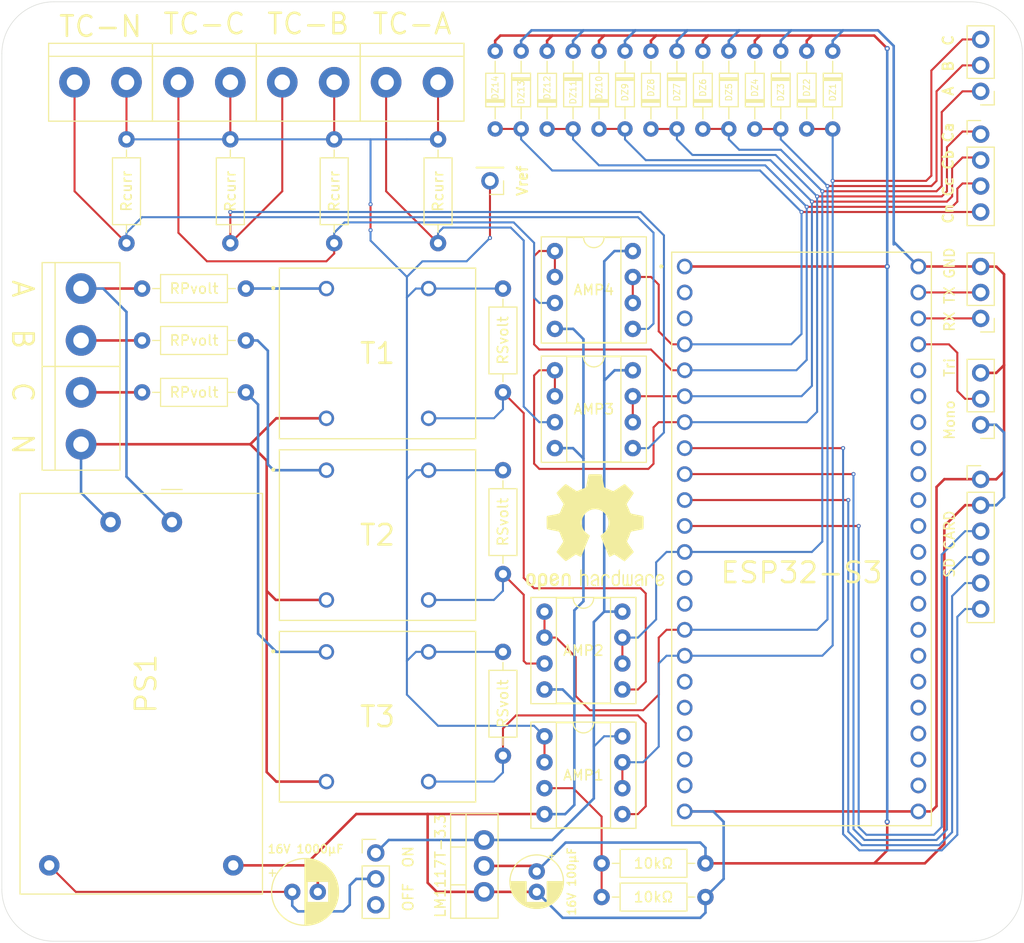
<source format=kicad_pcb>
(kicad_pcb (version 20221018) (generator pcbnew)
  (title_block (title "ESP32 Power Analyser V4.0 PCI") (date "12/05/2024") (rev "1.0") (company "https://www.linkedin.com/in/lucasrguerra"))
  (layers (0 "F.Cu" signal) (31 "B.Cu" signal) (34 "B.Paste" user) (35 "F.Paste" user) (36 "B.SilkS" user "B.Silkscreen") (37 "F.SilkS" user "F.Silkscreen") (38 "B.Mask" user) (39 "F.Mask" user) (44 "Edge.Cuts" user))
  (net 0 "")
  (net 1 "Treated Wave A")
  (net 2 "Treated Wave B")
  (net 3 "Treated Wave C")
  (net 4 "Line B")
  (net 5 "Line A")
  (net 6 "Neutral")
  (net 7 "Line C")
  (net 8 "Net-(R3-Pad1)")
  (net 9 "Net-(R4-Pad1)")
  (net 10 "Net-(R5-Pad1)")
  (net 11 "Vcc")
  (net 12 "GND")
  (net 13 "Current A")
  (net 14 "Current B")
  (net 15 "Current C")
  (net 16 "Current N")
  (net 17 "TC A-2")
  (net 18 "TC A-1")
  (net 19 "TC B-1")
  (net 20 "TC C-1")
  (net 21 "TC N-1")
  (net 22 "V1.65")
  (net 25 "Power")
  (net 27 "Wave A")
  (net 28 "Wave B")
  (net 29 "Wave C")
  (net 30 "CS")
  (net 31 "MOSI")
  (net 48 "SCK")
  (net 49 "MISO")
  (net 53 "System Type")
  (net 54 "UART TX")
  (net 55 "UART RX")
  (net 59 "Vin")
  (footprint "Package_DIP:DIP-8_W7.62mm_Socket" (layer "F.Cu") (at 147.828 74.9808)
    (fp_text reference "AMP3" hide)
    (fp_text value "TL082" hide)
  )
  (footprint "Diode_THT:D_DO-34_SOD68_P7.62mm_Horizontal" (layer "F.Cu") (at 141.986 51.3588 90)
    (fp_text reference "DZ14" hide)
    (fp_text value "3.3V" hide)
  )
  (footprint "Resistor_THT:R_Axial_DIN0207_L6.3mm_D2.5mm_P10.16mm_Horizontal" (layer "F.Cu") (at 136.398 62.5348 90)
    (fp_text reference "R9" hide)
    (fp_text value "Rcurr" hide)
  )
  (footprint "Diode_THT:D_DO-34_SOD68_P7.62mm_Horizontal" (layer "F.Cu") (at 172.466 51.3588 90)
    (fp_text reference "DZ2" hide)
    (fp_text value "3.3V" hide)
  )
  (footprint "Connector_PinHeader_2.54mm:PinHeader_1x03_P2.54mm_Vertical" (layer "F.Cu") (at 189.484 80.3148 180)
    (fp_text reference "SW2" hide)
    (fp_text value "SS-12D00G 4mm" hide)
  )
  (footprint "Resistor_THT:R_Axial_DIN0207_L6.3mm_D2.5mm_P10.16mm_Horizontal" (layer "F.Cu") (at 142.748 94.9198 90)
    (fp_text reference "R7" hide)
    (fp_text value "RSvolt" hide)
  )
  (footprint "Converter_ACDC:Converter_ACDC_HiLink_HLK-5Mxx" (layer "F.Cu") (at 110.363 89.8398 -90)
    (fp_text reference "PS1" hide)
    (fp_text value "HLK-5M05" hide)
  )
  (footprint "SnapEDA Library:XCVR_ESP32-S3-DEVKITC-1-N8R2" (layer "F.Cu") (at 171.958 94.7908)
    (fp_text reference "MCU1" hide)
    (fp_text value "ESP32-S3-DEVKITC-1-N16R8" hide)
  )
  (footprint "Diode_THT:D_DO-34_SOD68_P7.62mm_Horizontal" (layer "F.Cu") (at 144.526 43.7338 -90)
    (fp_text reference "DZ13" hide)
    (fp_text value "3.3V" hide)
  )
  (footprint "Package_DIP:DIP-8_W7.62mm_Socket" (layer "F.Cu") (at 147.828 63.3068)
    (fp_text reference "AMP4" hide)
    (fp_text value "TL082" hide)
  )
  (footprint "Diode_THT:D_DO-34_SOD68_P7.62mm_Horizontal" (layer "F.Cu") (at 162.306 51.3638 90)
    (fp_text reference "DZ6" hide)
    (fp_text value "3.3V" hide)
  )
  (footprint "Diode_THT:D_DO-34_SOD68_P7.62mm_Horizontal" (layer "F.Cu") (at 164.846 43.7338 -90)
    (fp_text reference "DZ5" hide)
    (fp_text value "3.3V" hide)
  )
  (footprint "TerminalBlock:TerminalBlock_bornier-2_P5.08mm" (layer "F.Cu") (at 105.918 46.7868 180)
    (fp_text reference "J6" hide)
    (fp_text value "KF301-2P" hide)
  )
  (footprint "Connector_PinHeader_2.54mm:PinHeader_1x03_P2.54mm_Vertical" (layer "F.Cu") (at 189.484 69.9008 180)
    (fp_text reference "P1" hide)
    (fp_text value "Pin Header" hide)
  )
  (footprint "Resistor_THT:R_Axial_DIN0207_L6.3mm_D2.5mm_P10.16mm_Horizontal" (layer "F.Cu") (at 162.56 123.2408 180)
    (fp_text reference "R1" hide)
    (fp_text value "10kΩ" hide)
  )
  (footprint "SnapEDA Library:XFMR_ZMPT101B" (layer "F.Cu") (at 130.476 73.3298)
    (fp_text reference "T1")
    (fp_text value "ZMPT101B" hide)
  )
  (footprint "Resistor_THT:R_Axial_DIN0207_L6.3mm_D2.5mm_P10.16mm_Horizontal" (layer "F.Cu") (at 126.238 62.5348 90)
    (fp_text reference "R11" hide)
    (fp_text value "Rcurr" hide)
  )
  (footprint "LOGO" (layer "F.Cu") (at 151.765 90.8558)
    (fp_text reference "G***" hide)
    (fp_text value "LOGO" hide)
  )
  (footprint "Diode_THT:D_DO-34_SOD68_P7.62mm_Horizontal" (layer "F.Cu") (at 149.606 43.7388 -90)
    (fp_text reference "DZ11" hide)
    (fp_text value "3.3V" hide)
  )
  (footprint "Connector_PinHeader_2.54mm:PinHeader_1x03_P2.54mm_Vertical" (layer "F.Cu") (at 130.302 122.2248)
    (fp_text reference "SW1" hide)
    (fp_text value "SS-12D00G 4mm" hide)
  )
  (footprint "SnapEDA Library:XFMR_ZMPT101B" (layer "F.Cu") (at 130.476 108.8898)
    (fp_text reference "T3")
    (fp_text value "ZMPT101B" hide)
  )
  (footprint "Resistor_THT:R_Axial_DIN0207_L6.3mm_D2.5mm_P10.16mm_Horizontal" (layer "F.Cu") (at 142.748 77.1398 90)
    (fp_text reference "R6" hide)
    (fp_text value "RSvolt" hide)
  )
  (footprint "Diode_THT:D_DO-34_SOD68_P7.62mm_Horizontal" (layer "F.Cu") (at 169.926 43.7388 -90)
    (fp_text reference "DZ3" hide)
    (fp_text value "3.3V" hide)
  )
  (footprint "Resistor_THT:R_Axial_DIN0207_L6.3mm_D2.5mm_P10.16mm_Horizontal" (layer "F.Cu") (at 116.078 62.5348 90)
    (fp_text reference "R10" hide)
    (fp_text value "Rcurr" hide)
  )
  (footprint "Resistor_THT:R_Axial_DIN0207_L6.3mm_D2.5mm_P10.16mm_Horizontal" (layer "F.Cu") (at 117.602 66.9798 180)
    (fp_text reference "R3" hide)
    (fp_text value "RPvolt" hide)
  )
  (footprint "Resistor_THT:R_Axial_DIN0207_L6.3mm_D2.5mm_P10.16mm_Horizontal" (layer "F.Cu") (at 105.918 62.5348 90)
    (fp_text reference "R12" hide)
    (fp_text value "Rcurr" hide)
  )
  (footprint "Diode_THT:D_DO-34_SOD68_P7.62mm_Horizontal" (layer "F.Cu") (at 147.066 51.3638 90)
    (fp_text reference "DZ12" hide)
    (fp_text value "3.3V" hide)
  )
  (footprint "Capacitor_THT:CP_Radial_D5.0mm_P2.00mm" (layer "F.Cu") (at 146.05 124.0348 -90)
    (fp_text reference "C2" hide)
    (fp_text value "16V 100µF" hide)
  )
  (footprint "TerminalBlock:TerminalBlock_bornier-2_P5.08mm" (layer "F.Cu") (at 136.398 46.7868 180)
    (fp_text reference "J3" hide)
    (fp_text value "KF301-2P" hide)
  )
  (footprint "TerminalBlock:TerminalBlock_bornier-2_P5.08mm" (layer "F.Cu") (at 101.473 66.9798 -90)
    (fp_text reference "J1" hide)
    (fp_text value "KF301-2P" hide)
  )
  (footprint "Connector_PinHeader_2.54mm:PinHeader_1x03_P2.54mm_Vertical" (layer "F.Cu") (at 189.484 47.6758 180)
    (fp_text reference "P4" hide)
    (fp_text value "Pin Header" hide)
  )
  (footprint "Diode_THT:D_DO-34_SOD68_P7.62mm_Horizontal" (layer "F.Cu") (at 154.686 43.7338 -90)
    (fp_text reference "DZ9" hide)
    (fp_text value "3.3V" hide)
  )
  (footprint "Diode_THT:D_DO-34_SOD68_P7.62mm_Horizontal" (layer "F.Cu") (at 159.766 43.7388 -90)
    (fp_text reference "DZ7" hide)
    (fp_text value "3.3V" hide)
  )
  (footprint "SnapEDA Library:XFMR_ZMPT101B" (layer "F.Cu") (at 130.476 91.1098)
    (fp_text reference "T2")
    (fp_text value "ZMPT101B" hide)
  )
  (footprint "TerminalBlock:TerminalBlock_bornier-2_P5.08mm" (layer "F.Cu") (at 116.078 46.7868 180)
    (fp_text reference "J5" hide)
    (fp_text value "KF301-2P" hide)
  )
  (footprint "Connector_PinHeader_2.54mm:PinHeader_1x06_P2.54mm_Vertical" (layer "F.Cu") (at 189.484 85.6488)
    (fp_text reference "P5" hide)
    (fp_text value "Pin Header" hide)
  )
  (footprint "Diode_THT:D_DO-34_SOD68_P7.62mm_Horizontal" (layer "F.Cu") (at 167.386 51.3638 90)
    (fp_text reference "DZ4" hide)
    (fp_text value "3.3V" hide)
  )
  (footprint "Connector_PinHeader_2.54mm:PinHeader_1x04_P2.54mm_Vertical" (layer "F.Cu") (at 189.484 51.8668)
    (fp_text reference "P3" hide)
    (fp_text value "Pin Header" hide)
  )
  (footprint "Diode_THT:D_DO-34_SOD68_P7.62mm_Horizontal" (layer "F.Cu") (at 175.006 43.7388 -90)
    (fp_text reference "DZ1" hide)
    (fp_text value "3.3V" hide)
  )
  (footprint "Capacitor_THT:CP_Radial_D6.3mm_P2.50mm" (layer "F.Cu") (at 122.134621 126.0348)
    (fp_text reference "C1" hide)
    (fp_text value "16V 1000µF" hide)
  )
  (footprint "Resistor_THT:R_Axial_DIN0207_L6.3mm_D2.5mm_P10.16mm_Horizontal" (layer "F.Cu") (at 142.748 112.6998 90)
    (fp_text reference "R8" hide)
    (fp_text value "RSvolt" hide)
  )
  (footprint "TerminalBlock:TerminalBlock_bornier-2_P5.08mm" (layer "F.Cu") (at 101.473 77.1398 -90)
    (fp_text reference "J2" hide)
    (fp_text value "KF301-2P" hide)
  )
  (footprint "Connector_PinHeader_2.54mm:PinHeader_1x01_P2.54mm_Vertical" (layer "F.Cu") (at 141.478 56.4388 180)
    (fp_text reference "P2" hide)
    (fp_text value "Pin Header" hide)
  )
  (footprint "Package_TO_SOT_THT:TO-220-3_Vertical" (layer "F.Cu") (at 140.899 126.0348 90)
    (fp_text reference "PS2" hide)
    (fp_text value "LM1117T-3.3" hide)
  )
  (footprint "Diode_THT:D_DO-34_SOD68_P7.62mm_Horizontal" (layer "F.Cu") (at 157.226 51.3638 90)
    (fp_text reference "DZ8" hide)
    (fp_text value "3.3V" hide)
  )
  (footprint "Diode_THT:D_DO-34_SOD68_P7.62mm_Horizontal" (layer "F.Cu") (at 152.146 51.3638 90)
    (fp_text reference "DZ10" hide)
    (fp_text value "3.3V" hide)
  )
  (footprint "Resistor_THT:R_Axial_DIN0207_L6.3mm_D2.5mm_P10.16mm_Horizontal" (layer "F.Cu") (at 117.602 72.0598 180)
    (fp_text reference "R4" hide)
    (fp_text value "RPvolt" hide)
  )
  (footprint "Resistor_THT:R_Axial_DIN0207_L6.3mm_D2.5mm_P10.16mm_Horizontal" (layer "F.Cu") (at 117.602 77.1398 180)
    (fp_text reference "R5" hide)
    (fp_text value "RPvolt" hide)
  )
  (footprint "Resistor_THT:R_Axial_DIN0207_L6.3mm_D2.5mm_P10.16mm_Horizontal" (layer "F.Cu") (at 152.4 126.5428)
    (fp_text reference "R2" hide)
    (fp_text value "10kΩ" hide)
  )
  (footprint "TerminalBlock:TerminalBlock_bornier-2_P5.08mm" (layer "F.Cu") (at 126.238 46.7868 180)
    (fp_text reference "J4" hide)
    (fp_text value "KF301-2P" hide)
  )
  (footprint "Package_DIP:DIP-8_W7.62mm_Socket" (layer "F.Cu") (at 146.812 98.6028)
    (fp_text reference "AMP2" hide)
    (fp_text value "TL082" hide)
  )
  (footprint "Package_DIP:DIP-8_W7.62mm_Socket" (layer "F.Cu") (at 146.812 110.8048)
    (fp_text reference "AMP1" hide)
    (fp_text value "TL082" hide)
  )
  (gr_line (start 93.726 43.9928) (end 93.726 125.7808) (stroke (width 0.05)) (layer "Edge.Cuts"))
  (gr_line (start 193.548 125.7808) (end 193.5684 43.9928) (stroke (width 0.05)) (layer "Edge.Cuts"))
  (gr_arc (start 98.806 130.8608) (mid 95.213898 129.372902) (end 93.726 125.7808) (stroke (width 0.05)) (layer "Edge.Cuts"))
  (gr_arc (start 93.726 43.9928) (mid 95.213898 40.400698) (end 98.806 38.9128) (stroke (width 0.05)) (layer "Edge.Cuts"))
  (gr_arc (start 193.548 125.7808) (mid 192.060102 129.372902) (end 188.468 130.8608) (stroke (width 0.05)) (layer "Edge.Cuts"))
  (gr_line (start 98.806 130.8608) (end 188.468 130.8608) (stroke (width 0.05)) (layer "Edge.Cuts"))
  (gr_arc (start 188.4884 38.9128) (mid 192.080502 40.400698) (end 193.5684 43.9928) (stroke (width 0.05)) (layer "Edge.Cuts"))
  (gr_line (start 98.806 38.9128) (end 188.4884 38.9128) (stroke (width 0.05)) (layer "Edge.Cuts"))
  (segment (start 187.706 47.6758) (end 189.484 47.6758) (width 0.2) (layer "F.Cu") (net 1))
  (segment (start 173.99 57.4548) (end 185.166 57.4548) (width 0.2) (layer "F.Cu") (net 1))
  (segment (start 164.846 51.3538) (end 162.316 51.3538) (width 0.2) (layer "F.Cu") (net 1))
  (segment (start 185.674 49.7078) (end 187.706 47.6758) (width 0.2) (layer "F.Cu") (net 1))
  (segment (start 185.166 57.4548) (end 185.674 56.9468) (width 0.2) (layer "F.Cu") (net 1))
  (segment (start 154.432 101.1428) (end 154.432 103.6828) (width 0.2) (layer "F.Cu") (net 1))
  (segment (start 162.316 51.3538) (end 162.306 51.3638) (width 0.2) (layer "F.Cu") (net 1))
  (segment (start 185.674 56.9468) (end 185.674 49.7078) (width 0.2) (layer "F.Cu") (net 1))
  (via (at 173.99 57.4548) (size 0.4) (drill 0.2) (layers "F.Cu" "B.Cu") (net 1))
  (segment (start 164.846 52.3798) (end 164.846 51.3538) (width 0.2) (layer "B.Cu") (net 1))
  (segment (start 157.734 93.7768) (end 158.75 92.7608) (width 0.2) (layer "B.Cu") (net 1))
  (segment (start 155.956 101.1428) (end 157.734 99.3648) (width 0.2) (layer "B.Cu") (net 1))
  (segment (start 173.99 57.4548) (end 169.931 53.3958) (width 0.2) (layer "B.Cu") (net 1))
  (segment (start 154.432 101.1428) (end 155.956 101.1428) (width 0.2) (layer "B.Cu") (net 1))
  (segment (start 165.862 53.3958) (end 164.846 52.3798) (width 0.2) (layer "B.Cu") (net 1))
  (segment (start 169.931 53.3958) (end 165.862 53.3958) (width 0.2) (layer "B.Cu") (net 1))
  (segment (start 172.974 92.7608) (end 173.99 91.7448) (width 0.2) (layer "B.Cu") (net 1))
  (segment (start 158.75 92.7608) (end 160.528 92.7608) (width 0.2) (layer "B.Cu") (net 1))
  (segment (start 173.99 91.7448) (end 173.99 57.4548) (width 0.2) (layer "B.Cu") (net 1))
  (segment (start 160.528 92.7608) (end 172.974 92.7608) (width 0.2) (layer "B.Cu") (net 1))
  (segment (start 157.734 99.3648) (end 157.734 93.7768) (width 0.2) (layer "B.Cu") (net 1))
  (segment (start 149.86 103.0478) (end 149.86 106.8578) (width 0.2) (layer "F.Cu") (net 2))
  (segment (start 151.257 108.2548) (end 156.464 108.2548) (width 0.2) (layer "F.Cu") (net 2))
  (segment (start 146.812 101.1428) (end 146.812 98.6028) (width 0.2) (layer "F.Cu") (net 2))
  (segment (start 156.464 108.2548) (end 157.988 106.7308) (width 0.2) (layer "F.Cu") (net 2))
  (segment (start 158.75 100.3808) (end 160.528 100.3808) (width 0.2) (layer "F.Cu") (net 2))
  (segment (start 167.386 51.3638) (end 169.921 51.3638) (width 0.2) (layer "F.Cu") (net 2))
  (segment (start 146.812 101.1428) (end 147.955 101.1428) (width 0.2) (layer "F.Cu") (net 2))
  (segment (start 157.988 106.7308) (end 157.988 101.1428) (width 0.2) (layer "F.Cu") (net 2))
  (segment (start 147.955 101.1428) (end 149.86 103.0478) (width 0.2) (layer "F.Cu") (net 2))
  (segment (start 185.166 47.6758) (end 187.706 45.1358) (width 0.2) (layer "F.Cu") (net 2))
  (segment (start 149.86 106.8578) (end 151.257 108.2548) (width 0.2) (layer "F.Cu") (net 2))
  (segment (start 184.658 56.9468) (end 185.166 56.4388) (width 0.2) (layer "F.Cu") (net 2))
  (segment (start 185.166 56.4388) (end 185.166 47.6758) (width 0.2) (layer "F.Cu") (net 2))
  (segment (start 187.706 45.1358) (end 189.484 45.1358) (width 0.2) (layer "F.Cu") (net 2))
  (segment (start 157.988 101.1428) (end 158.75 100.3808) (width 0.2) (layer "F.Cu") (net 2))
  (segment (start 174.498 56.9468) (end 184.658 56.9468) (width 0.2) (layer "F.Cu") (net 2))
  (segment (start 169.921 51.3638) (end 169.926 51.3588) (width 0.2) (layer "F.Cu") (net 2))
  (via (at 174.498 56.9468) (size 0.4) (drill 0.2) (layers "F.Cu" "B.Cu") (net 2))
  (segment (start 160.528 100.3808) (end 173.482 100.3808) (width 0.2) (layer "B.Cu") (net 2))
  (segment (start 174.498 99.3648) (end 174.498 56.9468) (width 0.2) (layer "B.Cu") (net 2))
  (segment (start 169.926 52.3798) (end 169.926 51.3588) (width 0.2) (layer "B.Cu") (net 2))
  (segment (start 173.482 100.3808) (end 174.498 99.3648) (width 0.2) (layer "B.Cu") (net 2))
  (segment (start 174.498 56.9518) (end 169.926 52.3798) (width 0.2) (layer "B.Cu") (net 2))
  (segment (start 154.432 113.3448) (end 154.432 115.8848) (width 0.2) (layer "F.Cu") (net 3))
  (segment (start 184.658 55.9308) (end 184.658 45.6438) (width 0.2) (layer "F.Cu") (net 3))
  (segment (start 172.466 51.3588) (end 175.006 51.3588) (width 0.2) (layer "F.Cu") (net 3))
  (segment (start 184.15 56.4388) (end 184.658 55.9308) (width 0.2) (layer "F.Cu") (net 3))
  (segment (start 184.658 45.6438) (end 187.706 42.5958) (width 0.2) (layer "F.Cu") (net 3))
  (segment (start 187.706 42.5958) (end 189.484 42.5958) (width 0.2) (layer "F.Cu") (net 3))
  (segment (start 175.006 56.4388) (end 184.15 56.4388) (width 0.2) (layer "F.Cu") (net 3))
  (via (at 175.006 56.4388) (size 0.4) (drill 0.2) (layers "F.Cu" "B.Cu") (net 3))
  (segment (start 157.988 111.8108) (end 157.988 103.6828) (width 0.2) (layer "B.Cu") (net 3))
  (segment (start 173.99 102.9208) (end 175.006 101.9048) (width 0.2) (layer "B.Cu") (net 3))
  (segment (start 154.432 113.3448) (end 156.454 113.3448) (width 0.2) (layer "B.Cu") (net 3))
  (segment (start 156.454 113.3448) (end 157.988 111.8108) (width 0.2) (layer "B.Cu") (net 3))
  (segment (start 175.006 101.9048) (end 175.006 51.1048) (width 0.2) (layer "B.Cu") (net 3))
  (segment (start 160.528 102.9208) (end 173.99 102.9208) (width 0.2) (layer "B.Cu") (net 3))
  (segment (start 158.75 102.9208) (end 160.528 102.9208) (width 0.2) (layer "B.Cu") (net 3))
  (segment (start 157.988 103.6828) (end 158.75 102.9208) (width 0.2) (layer "B.Cu") (net 3))
  (segment (start 101.473 72.0598) (end 107.442 72.0598) (width 0.25) (layer "F.Cu") (net 4))
  (segment (start 101.473 66.9798) (end 107.442 66.9798) (width 0.25) (layer "F.Cu") (net 5))
  (segment (start 103.632 66.9798) (end 101.473 66.9798) (width 0.25) (layer "B.Cu") (net 5))
  (segment (start 105.918 85.3948) (end 105.918 69.2658) (width 0.25) (layer "B.Cu") (net 5))
  (segment (start 110.363 89.8398) (end 105.918 85.3948) (width 0.25) (layer "B.Cu") (net 5))
  (segment (start 105.918 69.2658) (end 103.632 66.9798) (width 0.25) (layer "B.Cu") (net 5))
  (segment (start 118.03 82.2198) (end 120.57 79.6798) (width 0.25) (layer "F.Cu") (net 6))
  (segment (start 101.473 82.2198) (end 118.03 82.2198) (width 0.25) (layer "F.Cu") (net 6))
  (segment (start 120.57 115.2398) (end 125.476 115.2398) (width 0.25) (layer "F.Cu") (net 6))
  (segment (start 120.57 79.6798) (end 125.476 79.6798) (width 0.25) (layer "F.Cu") (net 6))
  (segment (start 118.03 82.2198) (end 119.634 83.8238) (width 0.25) (layer "F.Cu") (net 6))
  (segment (start 125.476 97.4598) (end 120.523 97.4598) (width 0.25) (layer "F.Cu") (net 6))
  (segment (start 120.523 97.4598) (end 119.634 96.5708) (width 0.25) (layer "F.Cu") (net 6))
  (segment (start 119.634 83.8238) (end 119.634 114.3038) (width 0.25) (layer "F.Cu") (net 6))
  (segment (start 119.634 114.3038) (end 120.57 115.2398) (width 0.25) (layer "F.Cu") (net 6))
  (segment (start 101.473 82.2198) (end 101.473 86.9498) (width 0.25) (layer "B.Cu") (net 6))
  (segment (start 101.473 86.9498) (end 104.363 89.8398) (width 0.25) (layer "B.Cu") (net 6))
  (segment (start 101.473 77.1398) (end 107.442 77.1398) (width 0.25) (layer "F.Cu") (net 7))
  (segment (start 117.602 66.9798) (end 125.476 66.9798) (width 0.25) (layer "B.Cu") (net 8))
  (segment (start 118.745 72.0598) (end 119.75 73.0648) (width 0.25) (layer "B.Cu") (net 9))
  (segment (start 119.75 84.1938) (end 120.316 84.7598) (width 0.25) (layer "B.Cu") (net 9))
  (segment (start 119.75 73.0648) (end 119.75 84.1938) (width 0.25) (layer "B.Cu") (net 9))
  (segment (start 120.316 84.7598) (end 125.476 84.7598) (width 0.25) (layer "B.Cu") (net 9))
  (segment (start 117.602 72.0598) (end 118.745 72.0598) (width 0.25) (layer "B.Cu") (net 9))
  (segment (start 118.792 78.3298) (end 118.792 100.7618) (width 0.25) (layer "B.Cu") (net 10))
  (segment (start 117.602 77.1398) (end 118.792 78.3298) (width 0.25) (layer "B.Cu") (net 10))
  (segment (start 118.792 100.7618) (end 120.57 102.5398) (width 0.25) (layer "B.Cu") (net 10))
  (segment (start 120.57 102.5398) (end 125.476 102.5398) (width 0.25) (layer "B.Cu") (net 10))
  (segment (start 140.899 123.4948) (end 145.51 123.4948) (width 0.25) (layer "F.Cu") (net 11))
  (segment (start 147.574 42.2148) (end 147.066 42.7228) (width 0.25) (layer "F.Cu") (net 11))
  (segment (start 157.734 42.2148) (end 157.226 42.7228) (width 0.25) (layer "F.Cu") (net 11))
  (segment (start 189.484 88.1888) (end 187.96 88.1888) (width 0.25) (layer "F.Cu") (net 11))
  (segment (start 172.974 42.2148) (end 167.894 42.2148) (width 0.25) (layer "F.Cu") (net 11))
  (segment (start 157.226 42.7228) (end 157.226 43.7438) (width 0.25) (layer "F.Cu") (net 11))
  (segment (start 180.34 43.4848) (end 179.07 42.2148) (width 0.25) (layer "F.Cu") (net 11))
  (segment (start 147.574 42.2148) (end 142.494 42.2148) (width 0.25) (layer "F.Cu") (net 11))
  (segment (start 147.066 42.7228) (end 147.066 43.7438) (width 0.25) (layer "F.Cu") (net 11))
  (segment (start 167.386 42.7228) (end 167.386 43.7438) (width 0.25) (layer "F.Cu") (net 11))
  (segment (start 185.928 121.3358) (end 184.023 123.2408) (width 0.25) (layer "F.Cu") (net 11))
  (segment (start 152.146 42.7228) (end 152.146 43.7438) (width 0.25) (layer "F.Cu") (net 11))
  (segment (start 180.34 121.9708) (end 179.07 123.2408) (width 0.25) (layer "F.Cu") (net 11))
  (segment (start 157.734 42.2148) (end 152.654 42.2148) (width 0.25) (layer "F.Cu") (net 11))
  (segment (start 179.07 42.2148) (end 172.974 42.2148) (width 0.25) (layer "F.Cu") (net 11))
  (segment (start 141.986 42.7228) (end 141.986 43.7388) (width 0.25) (layer "F.Cu") (net 11))
  (segment (start 152.654 42.2148) (end 147.574 42.2148) (width 0.25) (layer "F.Cu") (net 11))
  (segment (start 162.814 42.2148) (end 162.306 42.7228) (width 0.25) (layer "F.Cu") (net 11))
  (segment (start 187.96 88.1888) (end 185.928 90.2208) (width 0.25) (layer "F.Cu") (net 11))
  (segment (start 167.894 42.2148) (end 167.386 42.7228) (width 0.25) (layer "F.Cu") (net 11))
  (segment (start 142.494 42.2148) (end 141.986 42.7228) (width 0.25) (layer "F.Cu") (net 11))
  (segment (start 167.894 42.2148) (end 162.814 42.2148) (width 0.25) (layer "F.Cu") (net 11))
  (segment (start 180.34 64.8208) (end 160.528 64.8208) (width 0.25) (layer "F.Cu") (net 11))
  (segment (start 145.51 123.4948) (end 146.05 124.0348) (width 0.25) (layer "F.Cu") (net 11))
  (segment (start 162.306 42.7228) (end 162.306 43.7438) (width 0.25) (layer "F.Cu") (net 11))
  (segment (start 180.34 119.1768) (end 180.34 121.9708) (width 0.25) (layer "F.Cu") (net 11))
  (segment (start 162.814 42.2148) (end 157.734 42.2148) (width 0.25) (layer "F.Cu") (net 11))
  (segment (start 172.466 42.7228) (end 172.466 43.7388) (width 0.25) (layer "F.Cu") (net 11))
  (segment (start 152.654 42.2148) (end 152.146 42.7228) (width 0.25) (layer "F.Cu") (net 11))
  (segment (start 184.023 123.2408) (end 162.56 123.2408) (width 0.25) (layer "F.Cu") (net 11))
  (segment (start 185.928 90.2208) (end 185.928 121.3358) (width 0.25) (layer "F.Cu") (net 11))
  (segment (start 172.974 42.2148) (end 172.466 42.7228) (width 0.25) (layer "F.Cu") (net 11))
  (via (at 180.34 64.8208) (size 0.5) (drill 0.25) (layers "F.Cu" "B.Cu") (net 11))
  (via (at 180.34 43.4848) (size 0.5) (drill 0.25) (layers "F.Cu" "B.Cu") (net 11))
  (via (at 180.34 119.1768) (size 0.5) (drill 0.25) (layers "F.Cu" "B.Cu") (net 11))
  (segment (start 146.05 124.0348) (end 148.876 121.2088) (width 0.25) (layer "B.Cu") (net 11))
  (segment (start 162.052 121.2088) (end 162.56 121.7168) (width 0.25) (layer "B.Cu") (net 11))
  (segment (start 162.56 121.7168) (end 162.56 123.2408) (width 0.25) (layer "B.Cu") (net 11))
  (segment (start 148.876 121.2088) (end 162.052 121.2088) (width 0.25) (layer "B.Cu") (net 11))
  (segment (start 191.008 80.3148) (end 191.77 81.0768) (width 0.25) (layer "B.Cu") (net 11))
  (segment (start 191.008 88.1888) (end 189.484 88.1888) (width 0.25) (layer "B.Cu") (net 11))
  (segment (start 180.34 43.4848) (end 180.34 65.0748) (width 0.25) (layer "B.Cu") (net 11))
  (segment (start 189.484 80.3148) (end 191.008 80.3148) (width 0.25) (layer "B.Cu") (net 11))
  (segment (start 191.77 87.4268) (end 191.008 88.1888) (width 0.25) (layer "B.Cu") (net 11))
  (segment (start 180.34 64.8208) (end 180.34 119.1768) (width 0.25) (layer "B.Cu") (net 11))
  (segment (start 191.77 81.0768) (end 191.77 87.4268) (width 0.25) (layer "B.Cu") (net 11))
  (segment (start 191.018 64.8308) (end 191.77 65.5828) (width 0.25) (layer "F.Cu") (net 12))
  (segment (start 191.77 74.4728) (end 191.77 84.8868) (width 0.25) (layer "F.Cu") (net 12))
  (segment (start 185.166 117.6428) (end 184.648 118.1608) (width 0.25) (layer "F.Cu") (net 12))
  (segment (start 124.634621 126.0348) (end 124.634621 124.702421) (width 0.25) (layer "F.Cu") (net 12))
  (segment (start 124.634621 124.702421) (end 123.372 123.4398) (width 0.25) (layer "F.Cu") (net 12))
  (segment (start 140.899 126.0348) (end 146.05 126.0348) (width 0.25) (layer "F.Cu") (net 12))
  (segment (start 135.382 118.4148) (end 146.802 118.4148) (width 0.25) (layer "F.Cu") (net 12))
  (segment (start 191.77 65.5828) (end 191.77 74.4728) (width 0.25) (layer "F.Cu") (net 12))
  (segment (start 191.77 84.8868) (end 191.008 85.6488) (width 0.25) (layer "F.Cu") (net 12))
  (segment (start 135.382 125.1458) (end 136.271 126.0348) (width 0.25) (layer "F.Cu") (net 12))
  (segment (start 183.388 64.8208) (end 189.484 64.8208) (width 0.25) (layer "F.Cu") (net 12))
  (segment (start 128.397 118.4148) (end 135.382 118.4148) (width 0.25) (layer "F.Cu") (net 12))
  (segment (start 136.271 126.0348) (end 140.899 126.0348) (width 0.25) (layer "F.Cu") (net 12))
  (segment (start 185.166 86.4008) (end 185.166 117.6428) (width 0.25) (layer "F.Cu") (net 12))
  (segment (start 189.484 85.6488) (end 189.474 85.6388) (width 0.25) (layer "F.Cu") (net 12))
  (segment (start 191.008 75.2348) (end 189.484 75.2348) (width 0.25) (layer "F.Cu") (net 12))
  (segment (start 183.388 118.1608) (end 160.528 118.1608) (width 0.25) (layer "F.Cu") (net 12))
  (segment (start 189.474 85.6388) (end 185.928 85.6388) (width 0.25) (layer "F.Cu") (net 12))
  (segment (start 116.363 123.4398) (end 123.372 123.4398) (width 0.25) (layer "F.Cu") (net 12))
  (segment (start 146.802 118.4148) (end 146.812 118.4248) (width 0.25) (layer "F.Cu") (net 12))
  (segment (start 185.928 85.6388) (end 185.166 86.4008) (width 0.25) (layer "F.Cu") (net 12))
  (segment (start 189.484 64.8308) (end 191.018 64.8308) (width 0.25) (layer "F.Cu") (net 12))
  (segment (start 123.372 123.4398) (end 128.397 118.4148) (width 0.25) (layer "F.Cu") (net 12))
  (segment (start 191.008 85.6488) (end 189.484 85.6488) (width 0.25) (layer "F.Cu") (net 12))
  (segment (start 184.648 118.1608) (end 183.388 118.1608) (width 0.25) (layer "F.Cu") (net 12))
  (segment (start 191.77 74.4728) (end 191.008 75.2348) (width 0.25) (layer "F.Cu") (net 12))
  (segment (start 135.382 118.4148) (end 135.382 125.1458) (width 0.25) (layer "F.Cu") (net 12))
  (segment (start 149.606 42.7228) (end 149.606 43.7388) (width 0.25) (layer "B.Cu") (net 12))
  (segment (start 148.834 118.4248) (end 149.733 117.5258) (width 0.25) (layer "B.Cu") (net 12))
  (segment (start 164.338 119.1768) (end 164.338 124.7648) (width 0.25) (layer "B.Cu") (net 12))
  (segment (start 150.622 71.9328) (end 149.616 70.9268) (width 0.25) (layer "B.Cu") (net 12))
  (segment (start 149.733 107.3658) (end 149.733 98.4758) (width 0.25) (layer "B.Cu") (net 12))
  (segment (start 145.542 41.7068) (end 144.526 42.7228) (width 0.25) (layer "B.Cu") (net 12))
  (segment (start 183.388 64.8208) (end 180.975 62.4078) (width 0.25) (layer "B.Cu") (net 12))
  (segment (start 150.622 83.6168) (end 150.622 71.9328) (width 0.25) (layer "B.Cu") (net 12))
  (segment (start 149.733 107.3658) (end 148.59 106.2228) (width 0.25) (layer "B.Cu") (net 12))
  (segment (start 148.59 128.5748) (end 162.052 128.5748) (width 0.25) (layer "B.Cu") (net 12))
  (segment (start 162.052 128.5748) (end 162.56 128.0668) (width 0.25) (layer "B.Cu") (net 12))
  (segment (start 180.975 43.235916) (end 179.445884 41.7068) (width 0.25) (layer "B.Cu") (net 12))
  (segment (start 170.942 41.7068) (end 169.926 42.7228) (width 0.25) (layer "B.Cu") (net 12))
  (segment (start 176.022 41.7068) (end 170.942 41.7068) (width 0.25) (layer "B.Cu") (net 12))
  (segment (start 149.733 98.4758) (end 150.622 97.5868) (width 0.25) (layer "B.Cu") (net 12))
  (segment (start 148.59 106.2228) (end 146.812 106.2228) (width 0.25) (layer "B.Cu") (net 12))
  (segment (start 160.782 41.7068) (end 155.702 41.7068) (width 0.25) (layer "B.Cu") (net 12))
  (segment (start 150.622 41.7068) (end 145.542 41.7068) (width 0.25) (layer "B.Cu") (net 12))
  (segment (start 155.702 41.7068) (end 150.622 41.7068) (width 0.25) (layer "B.Cu") (net 12))
  (segment (start 146.05 126.0348) (end 148.59 128.5748) (width 0.25) (layer "B.Cu") (net 12))
  (segment (start 162.56 128.0668) (end 162.56 126.5428) (width 0.25) (layer "B.Cu") (net 12))
  (segment (start 146.812 118.4248) (end 148.834 118.4248) (width 0.25) (layer "B.Cu") (net 12))
  (segment (start 149.606 82.6008) (end 147.828 82.6008) (width 0.25) (layer "B.Cu") (net 12))
  (segment (start 150.622 97.5868) (end 150.622 83.6168) (width 0.25) (layer "B.Cu") (net 12))
  (segment (start 160.782 41.7068) (end 159.766 42.7228) (width 0.25) (layer "B.Cu") (net 12))
  (segment (start 180.975 62.6618) (end 180.975 43.235916) (width 0.25) (layer "B.Cu") (net 12))
  (segment (start 150.622 83.6168) (end 149.606 82.6008) (width 0.25) (layer "B.Cu") (net 12))
  (segment (start 164.338 124.7648) (end 162.56 126.5428) (width 0.25) (layer "B.Cu") (net 12))
  (segment (start 176.022 41.7068) (end 175.006 42.7228) (width 0.25) (layer "B.Cu") (net 12))
  (segment (start 149.733 117.5258) (end 149.733 107.3658) (width 0.25) (layer "B.Cu") (net 12))
  (segment (start 144.526 42.7228) (end 144.526 43.7338) (width 0.25) (layer "B.Cu") (net 12))
  (segment (start 159.766 42.7228) (end 159.766 43.7388) (width 0.25) (layer "B.Cu") (net 12))
  (segment (start 175.006 42.7228) (end 175.006 43.7388) (width 0.25) (layer "B.Cu") (net 12))
  (segment (start 165.862 41.7068) (end 164.846 42.7228) (width 0.25) (layer "B.Cu") (net 12))
  (segment (start 165.862 41.7068) (end 160.782 41.7068) (width 0.25) (layer "B.Cu") (net 12))
  (segment (start 149.616 70.9268) (end 147.828 70.9268) (width 0.25) (layer "B.Cu") (net 12))
  (segment (start 154.686 42.7228) (end 154.686 43.7338) (width 0.25) (layer "B.Cu") (net 12))
  (segment (start 179.445884 41.7068) (end 176.022 41.7068) (width 0.25) (layer "B.Cu") (net 12))
  (segment (start 160.528 118.1608) (end 163.322 118.1608) (width 0.25) (layer "B.Cu") (net 12))
  (segment (start 164.846 42.7228) (end 164.846 43.7338) (width 0.25) (layer "B.Cu") (net 12))
  (segment (start 163.322 118.1608) (end 164.338 119.1768) (width 0.25) (layer "B.Cu") (net 12))
  (segment (start 169.926 42.7228) (end 169.926 43.7388) (width 0.25) (layer "B.Cu") (net 12))
  (segment (start 155.702 41.7068) (end 154.686 42.7228) (width 0.25) (layer "B.Cu") (net 12))
  (segment (start 170.942 41.7068) (end 165.862 41.7068) (width 0.25) (layer "B.Cu") (net 12))
  (segment (start 150.622 41.7068) (end 149.606 42.7228) (width 0.25) (layer "B.Cu") (net 12))
  (segment (start 147.828 77.5208) (end 147.828 74.9808) (width 0.2) (layer "F.Cu") (net 13))
  (segment (start 186.182 57.4548) (end 186.182 53.1368) (width 0.2) (layer "F.Cu") (net 13))
  (segment (start 159.766 51.3588) (end 157.231 51.3588) (width 0.2) (layer "F.Cu") (net 13))
  (segment (start 186.182 53.1368) (end 187.706 51.6128) (width 0.2) (layer "F.Cu") (net 13))
  (segment (start 160.528 80.0608) (end 157.988 80.0608) (width 0.2) (layer "F.Cu") (net 13))
  (segment (start 185.674 57.9628) (end 186.182 57.4548) (width 0.2) (layer "F.Cu") (net 13))
  (segment (start 157.231 51.3588) (end 157.226 51.3638) (width 0.2) (layer "F.Cu") (net 13))
  (segment (start 173.482 57.9628) (end 185.674 57.9628) (width 0.2) (layer "F.Cu") (net 13))
  (segment (start 157.48 80.5688) (end 157.48 84.1248) (width 0.2) (layer "F.Cu") (net 13))
  (segment (start 145.796 84.1248) (end 145.796 75.4888) (width 0.2) (layer "F.Cu") (net 13))
  (segment (start 157.988 80.0608) (end 157.48 80.5688) (width 0.2) (layer "F.Cu") (net 13))
  (segment (start 145.796 75.4888) (end 146.304 74.9808) (width 0.2) (layer "F.Cu") (net 13))
  (segment (start 187.706 51.6128) (end 189.484 51.6128) (width 0.2) (layer "F.Cu") (net 13))
  (segment (start 146.304 74.9808) (end 147.828 74.9808) (width 0.2) (layer "F.Cu") (net 13))
  (segment (start 157.48 84.1248) (end 156.972 84.6328) (width 0.2) (layer "F.Cu") (net 13))
  (segment (start 156.972 84.6328) (end 146.304 84.6328) (width 0.2) (layer "F.Cu") (net 13))
  (segment (start 146.304 84.6328) (end 145.796 84.1248) (width 0.2) (layer "F.Cu") (net 13))
  (via (at 173.482 57.9628) (size 0.4) (drill 0.2) (layers "F.Cu" "B.Cu") (net 13))
  (segment (start 160.528 80.0608) (end 172.466 80.0608) (width 0.2) (layer "B.Cu") (net 13))
  (segment (start 169.423 53.9038) (end 161.29 53.9038) (width 0.2) (layer "B.Cu") (net 13))
  (segment (start 159.766 52.3798) (end 159.766 51.3588) (width 0.2) (layer "B.Cu") (net 13))
  (segment (start 173.482 79.0448) (end 173.482 57.9628) (width 0.2) (layer "B.Cu") (net 13))
  (segment (start 172.466 80.0608) (end 173.482 79.0448) (width 0.2) (layer "B.Cu") (net 13))
  (segment (start 161.29 53.9038) (end 159.766 52.3798) (width 0.2) (layer "B.Cu") (net 13))
  (segment (start 173.482 57.9628) (end 169.423 53.9038) (width 0.2) (layer "B.Cu") (net 13))
  (segment (start 186.69 55.1688) (end 187.706 54.1528) (width 0.2) (layer "F.Cu") (net 14))
  (segment (start 172.974 58.4708) (end 186.182 58.4708) (width 0.2) (layer "F.Cu") (net 14))
  (segment (start 155.448 77.5208) (end 155.448 80.0608) (width 0.2) (layer "F.Cu") (net 14))
  (segment (start 152.156 51.3538) (end 152.146 51.3638) (width 0.2) (layer "F.Cu") (net 14))
  (segment (start 186.182 58.4708) (end 186.69 57.9628) (width 0.2) (layer "F.Cu") (net 14))
  (segment (start 155.448 77.5208) (end 160.528 77.5208) (width 0.2) (layer "F.Cu") (net 14))
  (segment (start 187.706 54.1528) (end 189.484 54.1528) (width 0.2) (layer "F.Cu") (net 14))
  (segment (start 154.686 51.3538) (end 152.156 51.3538) (width 0.2) (layer "F.Cu") (net 14))
  (segment (start 186.69 57.9628) (end 186.69 55.1688) (width 0.2) (layer "F.Cu") (net 14))
  (via (at 172.974 58.4708) (size 0.4) (drill 0.2) (layers "F.Cu" "B.Cu") (net 14))
  (segment (start 171.958 77.5208) (end 160.528 77.5208) (width 0.2) (layer "B.Cu") (net 14))
  (segment (start 172.974 76.5048) (end 171.958 77.5208) (width 0.2) (layer "B.Cu") (net 14))
  (segment (start 154.686 52.3798) (end 154.686 51.3538) (width 0.2) (layer "B.Cu") (net 14))
  (segment (start 172.974 58.4708) (end 172.974 76.5048) (width 0.2) (layer "B.Cu") (net 14))
  (segment (start 168.915 54.4118) (end 156.718 54.4118) (width 0.2) (layer "B.Cu") (net 14))
  (segment (start 156.718 54.4118) (end 154.686 52.3798) (width 0.2) (layer "B.Cu") (net 14))
  (segment (start 172.974 58.4708) (end 168.915 54.4118) (width 0.2) (layer "B.Cu") (net 14))
  (segment (start 147.828 65.8468) (end 147.828 63.3068) (width 0.2) (layer "F.Cu") (net 15))
  (segment (start 147.071 51.3588) (end 147.066 51.3638) (width 0.2) (layer "F.Cu") (net 15))
  (segment (start 159.258 74.9808) (end 157.226 72.9488) (width 0.2) (layer "F.Cu") (net 15))
  (segment (start 172.466 58.9788) (end 186.69 58.9788) (width 0.2) (layer "F.Cu") (net 15))
  (segment (start 187.706 56.6928) (end 189.484 56.6928) (width 0.2) (layer "F.Cu") (net 15))
  (segment (start 145.796 63.8048) (end 146.304 63.2968) (width 0.2) (layer "F.Cu") (net 15))
  (segment (start 160.528 74.9808) (end 159.258 74.9808) (width 0.2) (layer "F.Cu") (net 15))
  (segment (start 146.314 63.3068) (end 147.828 63.3068) (width 0.2) (layer "F.Cu") (net 15))
  (segment (start 186.69 58.9788) (end 187.198 58.4708) (width 0.2) (layer "F.Cu") (net 15))
  (segment (start 149.606 51.3588) (end 147.071 51.3588) (width 0.2) (layer "F.Cu") (net 15))
  (segment (start 157.226 72.9488) (end 146.304 72.9488) (width 0.2) (layer "F.Cu") (net 15))
  (segment (start 146.304 63.2968) (end 146.314 63.3068) (width 0.2) (layer "F.Cu") (net 15))
  (segment (start 145.796 72.4408) (end 145.796 63.8048) (width 0.2) (layer "F.Cu") (net 15))
  (segment (start 187.198 57.2008) (end 187.706 56.6928) (width 0.2) (layer "F.Cu") (net 15))
  (segment (start 146.304 72.9488) (end 145.796 72.4408) (width 0.2) (layer "F.Cu") (net 15))
  (segment (start 187.198 58.4708) (end 187.198 57.2008) (width 0.2) (layer "F.Cu") (net 15))
  (via (at 172.466 58.9788) (size 0.4) (drill 0.2) (layers "F.Cu" "B.Cu") (net 15))
  (segment (start 172.466 73.9648) (end 171.45 74.9808) (width 0.2) (layer "B.Cu") (net 15))
  (segment (start 172.466 58.9788) (end 168.407 54.9198) (width 0.2) (layer "B.Cu") (net 15))
  (segment (start 171.45 74.9808) (end 160.528 74.9808) (width 0.2) (layer "B.Cu") (net 15))
  (segment (start 172.466 58.9788) (end 172.466 73.9648) (width 0.2) (layer "B.Cu") (net 15))
  (segment (start 168.407 54.9198) (end 152.146 54.9198) (width 0.2) (layer "B.Cu") (net 15))
  (segment (start 149.606 52.3798) (end 149.606 51.3588) (width 0.2) (layer "B.Cu") (net 15))
  (segment (start 152.146 54.9198) (end 149.606 52.3798) (width 0.2) (layer "B.Cu") (net 15))
  (segment (start 155.448 65.8468) (end 155.448 68.3868) (width 0.2) (layer "F.Cu") (net 16))
  (segment (start 157.988 71.1708) (end 159.258 72.4408) (width 0.2) (layer "F.Cu") (net 16))
  (segment (start 144.526 51.3538) (end 141.991 51.3538) (width 0.2) (layer "F.Cu") (net 16))
  (segment (start 189.484 59.4868) (end 171.958 59.4868) (width 0.2) (layer "F.Cu") (net 16))
  (segment (start 157.236 65.8468) (end 157.988 66.5988) (width 0.2) (layer "F.Cu") (net 16))
  (segment (start 157.988 66.5988) (end 157.988 71.1708) (width 0.2) (layer "F.Cu") (net 16))
  (segment (start 141.991 51.3538) (end 141.986 51.3588) (width 0.2) (layer "F.Cu") (net 16))
  (segment (start 159.258 72.4408) (end 160.528 72.4408) (width 0.2) (layer "F.Cu") (net 16))
  (segment (start 155.448 65.8468) (end 157.236 65.8468) (width 0.2) (layer "F.Cu") (net 16))
  (via (at 171.958 59.4868) (size 0.4) (drill 0.2) (layers "F.Cu" "B.Cu") (net 16))
  (segment (start 144.526 52.3798) (end 144.526 51.3538) (width 0.2) (layer "B.Cu") (net 16))
  (segment (start 170.942 72.4408) (end 160.528 72.4408) (width 0.2) (layer "B.Cu") (net 16))
  (segment (start 171.958 59.4868) (end 167.899 55.4278) (width 0.2) (layer "B.Cu") (net 16))
  (segment (start 147.574 55.4278) (end 144.526 52.3798) (width 0.2) (layer "B.Cu") (net 16))
  (segment (start 171.958 71.4248) (end 170.942 72.4408) (width 0.2) (layer "B.Cu") (net 16))
  (segment (start 167.899 55.4278) (end 147.574 55.4278) (width 0.2) (layer "B.Cu") (net 16))
  (segment (start 171.958 59.4868) (end 171.958 71.4248) (width 0.2) (layer "B.Cu") (net 16))
  (segment (start 116.078 52.3748) (end 116.078 46.7868) (width 0.2) (layer "F.Cu") (net 17))
  (segment (start 105.918 46.7868) (end 105.918 52.3748) (width 0.2) (layer "F.Cu") (net 17))
  (segment (start 141.478 62.0268) (end 141.478 56.4388) (width 0.2) (layer "F.Cu") (net 17))
  (segment (start 126.238 46.7868) (end 126.238 52.3748) (width 0.2) (layer "F.Cu") (net 17))
  (segment (start 129.794 58.7248) (end 129.794 61.2648) (width 0.2) (layer "F.Cu") (net 17))
  (segment (start 146.812 113.3448) (end 146.812 110.8048) (width 0.2) (layer "F.Cu") (net 17))
  (segment (start 136.398 46.7868) (end 136.398 52.3748) (width 0.2) (layer "F.Cu") (net 17))
  (via (at 129.794 58.7248) (size 0.4) (drill 0.2) (layers "F.Cu" "B.Cu") (net 17))
  (via (at 141.478 62.0268) (size 0.4) (drill 0.2) (layers "F.Cu" "B.Cu") (net 17))
  (via (at 129.794 61.2648) (size 0.4) (drill 0.2) (layers "F.Cu" "B.Cu") (net 17))
  (segment (start 133.35 103.4288) (end 133.35 85.6323) (width 0.2) (layer "B.Cu") (net 17))
  (segment (start 133.35 106.7308) (end 133.35 103.4288) (width 0.2) (layer "B.Cu") (net 17))
  (segment (start 134.2225 84.7598) (end 135.476 84.7598) (width 0.2) (layer "B.Cu") (net 17))
  (segment (start 129.794 52.3748) (end 129.794 58.7248) (width 0.2) (layer "B.Cu") (net 17))
  (segment (start 129.794 62.2808) (end 129.794 61.2648) (width 0.2) (layer "B.Cu") (net 17))
  (segment (start 139.192 64.3128) (end 141.478 62.0268) (width 0.2) (layer "B.Cu") (net 17))
  (segment (start 133.35 85.6323) (end 134.2225 84.7598) (width 0.2) (layer "B.Cu") (net 17))
  (segment (start 133.35 52.3748) (end 129.794 52.3748) (width 0.2) (layer "B.Cu") (net 17))
  (segment (start 134.239 102.5398) (end 135.476 102.5398) (width 0.2) (layer "B.Cu") (net 17))
  (segment (start 133.35 65.8368) (end 134.874 64.3128) (width 0.2) (layer "B.Cu") (net 17))
  (segment (start 133.35 67.8523) (end 133.35 65.8368) (width 0.2) (layer "B.Cu") (net 17))
  (segment (start 136.398 109.7788) (end 133.35 106.7308) (width 0.2) (layer "B.Cu") (net 17))
  (segment (start 136.398 52.3748) (end 133.35 52.3748) (width 0.2) (layer "B.Cu") (net 17))
  (segment (start 146.812 110.8048) (end 145.786 109.7788) (width 0.2) (layer "B.Cu") (net 17))
  (segment (start 129.794 52.3748) (end 126.238 52.3748) (width 0.2) (layer "B.Cu") (net 17))
  (segment (start 145.786 109.7788) (end 136.398 109.7788) (width 0.2) (layer "B.Cu") (net 17))
  (segment (start 135.128 64.3128) (end 139.192 64.3128) (width 0.2) (layer "B.Cu") (net 17))
  (segment (start 116.078 52.3748) (end 105.918 52.3748) (width 0.2) (layer "B.Cu") (net 17))
  (segment (start 142.748 102.5398) (end 135.476 102.5398) (width 0.2) (layer "B.Cu") (net 17))
  (segment (start 135.476 84.7598) (end 142.748 84.7598) (width 0.2) (layer "B.Cu") (net 17))
  (segment (start 133.35 65.8368) (end 129.794 62.2808) (width 0.2) (layer "B.Cu") (net 17))
  (segment (start 133.35 103.4288) (end 134.239 102.5398) (width 0.2) (layer "B.Cu") (net 17))
  (segment (start 134.874 64.3128) (end 135.128 64.3128) (width 0.2) (layer "B.Cu") (net 17))
  (segment (start 133.35 67.8523) (end 134.2225 66.9798) (width 0.2) (layer "B.Cu") (net 17))
  (segment (start 134.2225 66.9798) (end 135.476 66.9798) (width 0.2) (layer "B.Cu") (net 17))
  (segment (start 142.748 66.9798) (end 135.476 66.9798) (width 0.2) (layer "B.Cu") (net 17))
  (segment (start 133.35 85.6323) (end 133.35 67.8523) (width 0.2) (layer "B.Cu") (net 17))
  (segment (start 126.238 52.3748) (end 116.078 52.3748) (width 0.2) (layer "B.Cu") (net 17))
  (segment (start 136.398 62.5348) (end 131.318 57.4548) (width 0.2) (layer "F.Cu") (net 18))
  (segment (start 131.318 57.4548) (end 131.318 46.7868) (width 0.2) (layer "F.Cu") (net 18))
  (segment (start 136.398 61.5188) (end 136.398 62.5348) (width 0.2) (layer "B.Cu") (net 18))
  (segment (start 146.304 80.0608) (end 144.78 78.5368) (width 0.2) (layer "B.Cu") (net 18))
  (segment (start 143.51 61.0108) (end 136.906 61.0108) (width 0.2) (layer "B.Cu") (net 18))
  (segment (start 147.828 80.0608) (end 146.304 80.0608) (width 0.2) (layer "B.Cu") (net 18))
  (segment (start 136.906 61.0108) (end 136.398 61.5188) (width 0.2) (layer "B.Cu") (net 18))
  (segment (start 144.78 78.5368) (end 144.78 62.2808) (width 0.2) (layer "B.Cu") (net 18))
  (segment (start 144.78 62.2808) (end 143.51 61.0108) (width 0.2) (layer "B.Cu") (net 18))
  (segment (start 116.078 59.4868) (end 116.078 62.5348) (width 0.2) (layer "F.Cu") (net 19))
  (segment (start 121.158 57.4548) (end 121.158 46.7868) (width 0.2) (layer "F.Cu") (net 19))
  (segment (start 116.078 62.5348) (end 121.158 57.4548) (width 0.2) (layer "F.Cu") (net 19))
  (via (at 116.078 59.4868) (size 0.4) (drill 0.2) (layers "F.Cu" "B.Cu") (net 19))
  (segment (start 158.496 81.0768) (end 158.496 61.7728) (width 0.2) (layer "B.Cu") (net 19))
  (segment (start 158.496 61.7728) (end 156.21 59.4868) (width 0.2) (layer "B.Cu") (net 19))
  (segment (start 156.21 59.4868) (end 116.078 59.4868) (width 0.2) (layer "B.Cu") (net 19))
  (segment (start 155.448 82.6008) (end 156.972 82.6008) (width 0.2) (layer "B.Cu") (net 19))
  (segment (start 156.972 82.6008) (end 158.496 81.0768) (width 0.2) (layer "B.Cu") (net 19))
  (segment (start 126.238 63.5508) (end 125.476 64.3128) (width 0.2) (layer "F.Cu") (net 20))
  (segment (start 110.998 61.5188) (end 110.998 46.7868) (width 0.2) (layer "F.Cu") (net 20))
  (segment (start 125.476 64.3128) (end 113.792 64.3128) (width 0.2) (layer "F.Cu") (net 20))
  (segment (start 126.238 62.5348) (end 126.238 63.5508) (width 0.2) (layer "F.Cu") (net 20))
  (segment (start 113.792 64.3128) (end 110.998 61.5188) (width 0.2) (layer "F.Cu") (net 20))
  (segment (start 147.828 68.3868) (end 146.314 68.3868) (width 0.2) (layer "B.Cu") (net 20))
  (segment (start 127.254 60.5028) (end 126.238 61.5188) (width 0.2) (layer "B.Cu") (net 20))
  (segment (start 146.314 68.3868) (end 145.796 67.8688) (width 0.2) (layer "B.Cu") (net 20))
  (segment (start 145.796 62.505957) (end 143.792843 60.5028) (width 0.2) (layer "B.Cu") (net 20))
  (segment (start 145.796 67.8688) (end 145.796 62.505957) (width 0.2) (layer "B.Cu") (net 20))
  (segment (start 143.792843 60.5028) (end 127.254 60.5028) (width 0.2) (layer "B.Cu") (net 20))
  (segment (start 126.238 61.5188) (end 126.238 62.5348) (width 0.2) (layer "B.Cu") (net 20))
  (segment (start 100.838 46.7868) (end 100.838 57.4548) (width 0.2) (layer "F.Cu") (net 21))
  (segment (start 100.838 57.4548) (end 105.918 62.5348) (width 0.2) (layer "F.Cu") (net 21))
  (segment (start 105.918 61.5188) (end 105.918 62.5348) (width 0.2) (layer "B.Cu") (net 21))
  (segment (start 107.442 59.9948) (end 105.918 61.5188) (width 0.2) (layer "B.Cu") (net 21))
  (segment (start 155.956 59.9948) (end 107.442 59.9948) (width 0.2) (layer "B.Cu") (net 21))
  (segment (start 156.962 70.9268) (end 157.48 70.4088) (width 0.2) (layer "B.Cu") (net 21))
  (segment (start 157.48 70.4088) (end 157.48 61.5188) (width 0.2) (layer "B.Cu") (net 21))
  (segment (start 157.48 61.5188) (end 155.956 59.9948) (width 0.2) (layer "B.Cu") (net 21))
  (segment (start 155.448 70.9268) (end 156.962 70.9268) (width 0.2) (layer "B.Cu") (net 21))
  (segment (start 152.4 118.6688) (end 149.616 115.8848) (width 0.2) (layer "F.Cu") (net 22))
  (segment (start 152.4 123.2408) (end 152.4 118.6688) (width 0.2) (layer "F.Cu") (net 22))
  (segment (start 152.4 126.5428) (end 152.4 123.2408) (width 0.2) (layer "F.Cu") (net 22))
  (segment (start 149.616 115.8848) (end 146.812 115.8848) (width 0.2) (layer "F.Cu") (net 22))
  (segment (start 100.958 126.0348) (end 122.134621 126.0348) (width 0.2) (layer "F.Cu") (net 25))
  (segment (start 98.363 123.4398) (end 100.958 126.0348) (width 0.2) (layer "F.Cu") (net 25))
  (segment (start 128.397 124.7648) (end 130.302 124.7648) (width 0.25) (layer "B.Cu") (net 25))
  (segment (start 122.134621 127.392421) (end 122.682 127.9398) (width 0.25) (layer "B.Cu") (net 25))
  (segment (start 127.127 127.9398) (end 127.762 127.3048) (width 0.25) (layer "B.Cu") (net 25))
  (segment (start 122.682 127.9398) (end 127.127 127.9398) (width 0.25) (layer "B.Cu") (net 25))
  (segment (start 127.762 127.3048) (end 127.762 125.3998) (width 0.25) (layer "B.Cu") (net 25))
  (segment (start 127.762 125.3998) (end 128.397 124.7648) (width 0.25) (layer "B.Cu") (net 25))
  (segment (start 122.134621 126.0348) (end 122.134621 127.392421) (width 0.25) (layer "B.Cu") (net 25))
  (segment (start 155.956 106.2228) (end 156.718 105.4608) (width 0.2) (layer "F.Cu") (net 27))
  (segment (start 156.718 105.4608) (end 156.718 96.8248) (width 0.2) (layer "F.Cu") (net 27))
  (segment (start 154.432 106.2228) (end 155.956 106.2228) (width 0.2) (layer "F.Cu") (net 27))
  (segment (start 144.78 79.1718) (end 142.748 77.1398) (width 0.2) (layer "F.Cu") (net 27))
  (segment (start 156.21 96.3168) (end 145.796 96.3168) (width 0.2) (layer "F.Cu") (net 27))
  (segment (start 156.718 96.8248) (end 156.21 96.3168) (width 0.2) (layer "F.Cu") (net 27))
  (segment (start 144.78 95.3008) (end 144.78 79.1718) (width 0.2) (layer "F.Cu") (net 27))
  (segment (start 145.796 96.3168) (end 144.78 95.3008) (width 0.2) (layer "F.Cu") (net 27))
  (segment (start 142.748 77.1398) (end 142.748 78.7908) (width 0.2) (layer "B.Cu") (net 27))
  (segment (start 141.859 79.6798) (end 135.476 79.6798) (width 0.2) (layer "B.Cu") (net 27))
  (segment (start 142.748 78.7908) (end 141.859 79.6798) (width 0.2) (layer "B.Cu") (net 27))
  (segment (start 144.78 103.4288) (end 144.78 96.9518) (width 0.2) (layer "F.Cu") (net 28))
  (segment (start 146.812 103.6828) (end 145.034 103.6828) (width 0.2) (layer "F.Cu") (net 28))
  (segment (start 145.034 103.6828) (end 144.78 103.4288) (width 0.2) (layer "F.Cu") (net 28))
  (segment (start 144.78 96.9518) (end 142.748 94.9198) (width 0.2) (layer "F.Cu") (net 28))
  (segment (start 142.748 94.9198) (end 142.748 96.5708) (width 0.2) (layer "B.Cu") (net 28))
  (segment (start 142.748 96.5708) (end 141.859 97.4598) (width 0.2) (layer "B.Cu") (net 28))
  (segment (start 141.859 97.4598) (end 135.476 97.4598) (width 0.2) (layer "B.Cu") (net 28))
  (segment (start 155.946 118.4248) (end 154.432 118.4248) (width 0.2) (layer "F.Cu") (net 29))
  (segment (start 156.718 117.6528) (end 155.946 118.4248) (width 0.2) (layer "F.Cu") (net 29))
  (segment (start 155.956 108.7628) (end 156.718 109.5248) (width 0.2) (layer "F.Cu") (net 29))
  (segment (start 142.748 112.6998) (end 142.748 110.0328) (width 0.2) (layer "F.Cu") (net 29))
  (segment (start 144.018 108.7628) (end 155.956 108.7628) (width 0.2) (layer "F.Cu") (net 29))
  (segment (start 142.748 110.0328) (end 144.018 108.7628) (width 0.2) (layer "F.Cu") (net 29))
  (segment (start 156.718 109.5248) (end 156.718 117.6528) (width 0.2) (layer "F.Cu") (net 29))
  (segment (start 142.748 112.6998) (end 142.748 114.3508) (width 0.2) (layer "B.Cu") (net 29))
  (segment (start 141.859 115.2398) (end 135.476 115.2398) (width 0.2) (layer "B.Cu") (net 29))
  (segment (start 142.748 114.3508) (end 141.859 115.2398) (width 0.2) (layer "B.Cu") (net 29))
  (segment (start 160.528 82.6008) (end 176.022 82.6008) (width 0.2) (layer "F.Cu") (net 30))
  (via (at 176.022 82.6008) (size 0.4) (drill 0.2) (layers "F.Cu" "B.Cu") (net 30))
  (segment (start 177.61585 121.9708) (end 176.022 120.37695) (width 0.2) (layer "B.Cu") (net 30))
  (segment (start 187.96 98.3488) (end 187.198 99.1108) (width 0.2) (layer "B.Cu") (net 30))
  (segment (start 187.198 99.1108) (end 187.198 120.4468) (width 0.2) (layer "B.Cu") (net 30))
  (segment (start 189.484 98.3488) (end 187.96 98.3488) (width 0.2) (layer "B.Cu") (net 30))
  (segment (start 185.674 121.9708) (end 177.61585 121.9708) (width 0.2) (layer "B.Cu") (net 30))
  (segment (start 176.022 82.8548) (end 176.022 82.6008) (width 0.2) (layer "B.Cu") (net 30))
  (segment (start 176.022 120.37695) (end 176.022 82.8548) (width 0.2) (layer "B.Cu") (net 30))
  (segment (start 187.198 120.4468) (end 185.674 121.9708) (width 0.2) (layer "B.Cu") (net 30))
  (segment (start 177.038 85.1408) (end 160.528 85.1408) (width 0.2) (layer "F.Cu") (net 31))
  (via (at 177.038 85.1408) (size 0.4) (drill 0.2) (layers "F.Cu" "B.Cu") (net 31))
  (segment (start 177.038 119.882511) (end 177.038 85.1408) (width 0.2) (layer "B.Cu") (net 31))
  (segment (start 189.484 93.2688) (end 187.96 93.2688) (width 0.2) (layer "B.Cu") (net 31))
  (segment (start 178.110289 120.9548) (end 177.038 119.882511) (width 0.2) (layer "B.Cu") (net 31))
  (segment (start 186.182 119.9388) (end 185.166 120.9548) (width 0.2) (layer "B.Cu") (net 31))
  (segment (start 186.182 95.0468) (end 186.182 119.9388) (width 0.2) (layer "B.Cu") (net 31))
  (segment (start 185.166 120.9548) (end 178.110289 120.9548) (width 0.2) (layer "B.Cu") (net 31))
  (segment (start 187.96 93.2688) (end 186.182 95.0468) (width 0.2) (layer "B.Cu") (net 31))
  (segment (start 160.528 87.6808) (end 176.53 87.6808) (width 0.2) (layer "F.Cu") (net 48))
  (via (at 176.53 87.6808) (size 0.4) (drill 0.2) (layers "F.Cu" "B.Cu") (net 48))
  (segment (start 187.96 95.8088) (end 186.69 97.0788) (width 0.2) (layer "B.Cu") (net 48))
  (segment (start 176.53 120.13565) (end 176.53 87.6808) (width 0.2) (layer "B.Cu") (net 48))
  (segment (start 185.42 121.4628) (end 177.85715 121.4628) (width 0.2) (layer "B.Cu") (net 48))
  (segment (start 189.484 95.8088) (end 187.96 95.8088) (width 0.2) (layer "B.Cu") (net 48))
  (segment (start 186.69 120.1928) (end 185.42 121.4628) (width 0.2) (layer "B.Cu") (net 48))
  (segment (start 177.85715 121.4628) (end 176.53 120.13565) (width 0.2) (layer "B.Cu") (net 48))
  (segment (start 186.69 97.0788) (end 186.69 120.1928) (width 0.2) (layer "B.Cu") (net 48))
  (segment (start 177.546 90.2208) (end 160.528 90.2208) (width 0.2) (layer "F.Cu") (net 49))
  (via (at 177.546 90.2208) (size 0.4) (drill 0.2) (layers "F.Cu" "B.Cu") (net 49))
  (segment (start 189.484 90.7288) (end 187.96 90.7288) (width 0.2) (layer "B.Cu") (net 49))
  (segment (start 178.308 120.4468) (end 177.546 119.6848) (width 0.2) (layer "B.Cu") (net 49))
  (segment (start 184.912 120.4468) (end 178.308 120.4468) (width 0.2) (layer "B.Cu") (net 49))
  (segment (start 185.674 119.6848) (end 184.912 120.4468) (width 0.2) (layer "B.Cu") (net 49))
  (segment (start 185.674 93.0148) (end 185.674 119.6848) (width 0.2) (layer "B.Cu") (net 49))
  (segment (start 187.96 90.7288) (end 185.674 93.0148) (width 0.2) (layer "B.Cu") (net 49))
  (segment (start 177.546 119.6848) (end 177.546 90.2208) (width 0.2) (layer "B.Cu") (net 49))
  (segment (start 187.96 77.7748) (end 189.484 77.7748) (width 0.2) (layer "F.Cu") (net 53))
  (segment (start 183.388 72.4408) (end 186.3725 72.4408) (width 0.2) (layer "F.Cu") (net 53))
  (segment (start 187.198 77.0128) (end 187.96 77.7748) (width 0.2) (layer "F.Cu") (net 53))
  (segment (start 186.3725 72.4408) (end 187.198 73.2663) (width 0.2) (layer "F.Cu") (net 53))
  (segment (start 187.198 73.2663) (end 187.198 77.0128) (width 0.2) (layer "F.Cu") (net 53))
  (segment (start 183.388 67.3608) (end 189.484 67.3608) (width 0.2) (layer "F.Cu") (net 54))
  (segment (start 183.388 69.9008) (end 189.484 69.9008) (width 0.2) (layer "F.Cu") (net 55))
  (segment (start 151.638 111.8108) (end 151.638 99.6188) (width 0.25) (layer "B.Cu") (net 59))
  (segment (start 140.899 120.9548) (end 147.574 120.9548) (width 0.25) (layer "B.Cu") (net 59))
  (segment (start 147.574 120.9548) (end 151.638 116.8908) (width 0.25) (layer "B.Cu") (net 59))
  (segment (start 152.654 75.9968) (end 152.654 64.3128) (width 0.25) (layer "B.Cu") (net 59))
  (segment (start 151.638 116.8908) (end 151.638 111.8108) (width 0.25) (layer "B.Cu") (net 59))
  (segment (start 153.66 63.3068) (end 155.448 63.3068) (width 0.25) (layer "B.Cu") (net 59))
  (segment (start 153.67 74.9808) (end 155.448 74.9808) (width 0.25) (layer "B.Cu") (net 59))
  (segment (start 131.572 120.9548) (end 140.899 120.9548) (width 0.25) (layer "B.Cu") (net 59))
  (segment (start 151.638 99.6188) (end 152.654 98.6028) (width 0.25) (layer "B.Cu") (net 59))
  (segment (start 152.654 64.3128) (end 153.66 63.3068) (width 0.25) (layer "B.Cu") (net 59))
  (segment (start 152.654 75.9968) (end 153.67 74.9808) (width 0.25) (layer "B.Cu") (net 59))
  (segment (start 152.654 98.6028) (end 152.654 75.9968) (width 0.25) (layer "B.Cu") (net 59))
  (segment (start 130.302 122.2248) (end 131.572 120.9548) (width 0.25) (layer "B.Cu") (net 59))
  (segment (start 152.654 98.6028) (end 154.432 98.6028) (width 0.25) (layer "B.Cu") (net 59))
  (segment (start 154.432 110.8048) (end 152.644 110.8048) (width 0.2) (layer "B.Cu") (net 59))
  (segment (start 152.644 110.8048) (end 151.638 111.8108) (width 0.2) (layer "B.Cu") (net 59))
)
</source>
